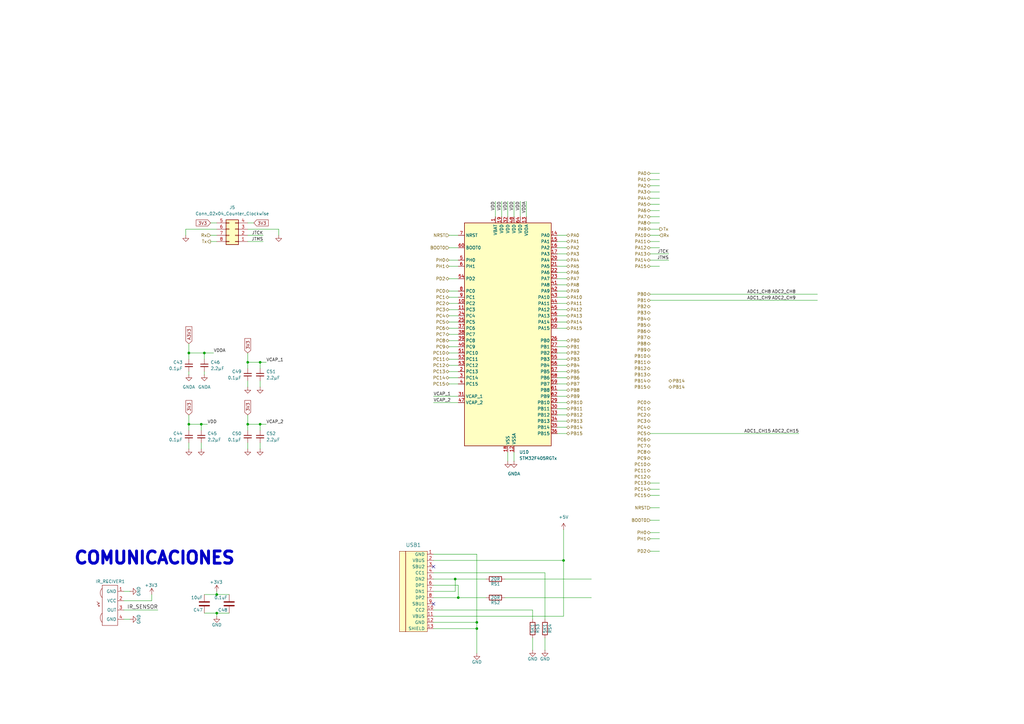
<source format=kicad_sch>
(kicad_sch (version 20250114) (generator "eeschema") (generator_version "9.0")
  (paper "A3")
  (title_block (title "Rabosa_Bot") (rev "1.0") (company "XorvaLabs"))
  (lib_symbols
    (symbol "Connector_Generic:Conn_02x04_Counter_Clockwise" (pin_names (offset 1.016) (hide yes))
      (property "Reference" "J" (at 1.27 5.08 0))
      (property "Value" "Conn_02x04_Counter_Clockwise" (at 1.27 -7.62 0))
      (symbol "Conn_02x04_Counter_Clockwise_1_1"
        (rectangle (start -1.27 3.81) (end 3.81 -6.35) (stroke (width 0.254)) (fill (type background)))
        (rectangle (start -1.27 2.667) (end 0 2.413) (stroke (width 0.1524)))
        (rectangle (start -1.27 0.127) (end 0 -0.127) (stroke (width 0.1524)))
        (rectangle (start -1.27 -2.413) (end 0 -2.667) (stroke (width 0.1524)))
        (rectangle (start -1.27 -4.953) (end 0 -5.207) (stroke (width 0.1524)))
        (rectangle (start 3.81 2.667) (end 2.54 2.413) (stroke (width 0.1524)))
        (rectangle (start 3.81 0.127) (end 2.54 -0.127) (stroke (width 0.1524)))
        (rectangle (start 3.81 -2.413) (end 2.54 -2.667) (stroke (width 0.1524)))
        (rectangle (start 3.81 -4.953) (end 2.54 -5.207) (stroke (width 0.1524)))
        (pin passive line (at -5.08 2.54 0) (length 3.81) (name "Pin_1") (number "1"))
        (pin passive line (at -5.08 0 0) (length 3.81) (name "Pin_2") (number "2"))
        (pin passive line (at -5.08 -2.54 0) (length 3.81) (name "Pin_3") (number "3"))
        (pin passive line (at -5.08 -5.08 0) (length 3.81) (name "Pin_4") (number "4"))
        (pin passive line (at 7.62 2.54 180) (length 3.81) (name "Pin_8") (number "8"))
        (pin passive line (at 7.62 0 180) (length 3.81) (name "Pin_7") (number "7"))
        (pin passive line (at 7.62 -2.54 180) (length 3.81) (name "Pin_6") (number "6"))
        (pin passive line (at 7.62 -5.08 180) (length 3.81) (name "Pin_5") (number "5"))
      )
    )
    (symbol "Device:C" (pin_numbers (hide yes)) (pin_names (offset 0.254))
      (property "Reference" "C" (at 0.635 2.54 0))
      (property "Value" "C" (at 0.635 -2.54 0))
      (symbol "C_0_1"
        (polyline (pts (xy -2.032 0.762) (xy 2.032 0.762)) (stroke (width 0.508)))
        (polyline (pts (xy -2.032 -0.762) (xy 2.032 -0.762)) (stroke (width 0.508)))
      )
      (symbol "C_1_1"
        (pin passive line (at 0 3.81 270) (length 2.794) (name "~") (number "1"))
        (pin passive line (at 0 -3.81 90) (length 2.794) (name "~") (number "2"))
      )
    )
    (symbol "Device:C_Small" (pin_numbers (hide yes)) (pin_names (offset 0.254) (hide yes))
      (property "Reference" "C" (at 0.254 1.778 0))
      (property "Value" "C_Small" (at 0.254 -2.032 0))
      (symbol "C_Small_0_1"
        (polyline (pts (xy -1.524 0.508) (xy 1.524 0.508)) (stroke (width 0.3048)))
        (polyline (pts (xy -1.524 -0.508) (xy 1.524 -0.508)) (stroke (width 0.3302)))
      )
      (symbol "C_Small_1_1"
        (pin passive line (at 0 2.54 270) (length 2.032) (name "~") (number "1"))
        (pin passive line (at 0 -2.54 90) (length 2.032) (name "~") (number "2"))
      )
    )
    (symbol "Device:R" (pin_numbers (hide yes)) (pin_names (offset 0))
      (property "Reference" "R" (at 2.032 0 90))
      (property "Value" "R" (at 0 0 90))
      (symbol "R_0_1"
        (rectangle (start -1.016 -2.54) (end 1.016 2.54) (stroke (width 0.254)))
      )
      (symbol "R_1_1"
        (pin passive line (at 0 3.81 270) (length 1.27) (name "~") (number "1"))
        (pin passive line (at 0 -3.81 90) (length 1.27) (name "~") (number "2"))
      )
    )
    (symbol "GND_1" (power) (pin_numbers (hide yes)) (pin_names (offset 0) (hide yes))
      (property "Value" "GND" (at 0 -3.81 0))
      (symbol "GND_1_0_1"
        (polyline (pts (xy 0 0) (xy 0 -1.27) (xy 1.27 -1.27) (xy 0 -2.54) (xy -1.27 -1.27) (xy 0 -1.27)))
      )
      (symbol "GND_1_1_1"
        (pin power_in line (at 0 0 270) (length 0) (name "~") (number "1"))
      )
    )
    (symbol "MCU_ST_STM32F4:STM32F405RGTx"
      (property "Reference" "U" (at -17.78 46.99 0))
      (property "Value" "STM32F405RGTx" (at 10.16 46.99 0))
      (symbol "STM32F405RGTx_0_1"
        (rectangle (start -17.78 -45.72) (end 17.78 45.72) (stroke (width 0.254)) (fill (type background)))
      )
      (symbol "STM32F405RGTx_1_1"
        (pin input line (at -20.32 40.64 0) (length 2.54) (name "NRST") (number "7"))
        (pin input line (at -20.32 35.56 0) (length 2.54) (name "BOOT0") (number "60"))
        (pin bidirectional line (at -20.32 30.48 0) (length 2.54) (name "PH0") (number "5"))
        (pin bidirectional line (at -20.32 27.94 0) (length 2.54) (name "PH1") (number "6"))
        (pin bidirectional line (at -20.32 22.86 0) (length 2.54) (name "PD2") (number "54"))
        (pin bidirectional line (at -20.32 17.78 0) (length 2.54) (name "PC0") (number "8"))
        (pin bidirectional line (at -20.32 15.24 0) (length 2.54) (name "PC1") (number "9"))
        (pin bidirectional line (at -20.32 12.7 0) (length 2.54) (name "PC2") (number "10"))
        (pin bidirectional line (at -20.32 10.16 0) (length 2.54) (name "PC3") (number "11"))
        (pin bidirectional line (at -20.32 7.62 0) (length 2.54) (name "PC4") (number "24"))
        (pin bidirectional line (at -20.32 5.08 0) (length 2.54) (name "PC5") (number "25"))
        (pin bidirectional line (at -20.32 2.54 0) (length 2.54) (name "PC6") (number "37"))
        (pin bidirectional line (at -20.32 0 0) (length 2.54) (name "PC7") (number "38"))
        (pin bidirectional line (at -20.32 -2.54 0) (length 2.54) (name "PC8") (number "39"))
        (pin bidirectional line (at -20.32 -5.08 0) (length 2.54) (name "PC9") (number "40"))
        (pin bidirectional line (at -20.32 -7.62 0) (length 2.54) (name "PC10") (number "51"))
        (pin bidirectional line (at -20.32 -10.16 0) (length 2.54) (name "PC11") (number "52"))
        (pin bidirectional line (at -20.32 -12.7 0) (length 2.54) (name "PC12") (number "53"))
        (pin bidirectional line (at -20.32 -15.24 0) (length 2.54) (name "PC13") (number "2"))
        (pin bidirectional line (at -20.32 -17.78 0) (length 2.54) (name "PC14") (number "3"))
        (pin bidirectional line (at -20.32 -20.32 0) (length 2.54) (name "PC15") (number "4"))
        (pin power_out line (at -20.32 -25.4 0) (length 2.54) (name "VCAP_1") (number "31"))
        (pin power_out line (at -20.32 -27.94 0) (length 2.54) (name "VCAP_2") (number "47"))
        (pin power_in line (at -5.08 48.26 270) (length 2.54) (name "VBAT") (number "1"))
        (pin power_in line (at -2.54 48.26 270) (length 2.54) (name "VDD") (number "19"))
        (pin power_in line (at 0 48.26 270) (length 2.54) (name "VDD") (number "32"))
        (pin power_in line (at 0 -48.26 90) (length 2.54) (name "VSS") (number "18"))
        (pin passive line (at 0 -48.26 90) (length 2.54) (hide yes) (name "VSS") (number "63"))
        (pin power_in line (at 2.54 48.26 270) (length 2.54) (name "VDD") (number "48"))
        (pin power_in line (at 2.54 -48.26 90) (length 2.54) (name "VSSA") (number "12"))
        (pin power_in line (at 5.08 48.26 270) (length 2.54) (name "VDD") (number "64"))
        (pin power_in line (at 7.62 48.26 270) (length 2.54) (name "VDDA") (number "13"))
        (pin bidirectional line (at 20.32 40.64 180) (length 2.54) (name "PA0") (number "14"))
        (pin bidirectional line (at 20.32 38.1 180) (length 2.54) (name "PA1") (number "15"))
        (pin bidirectional line (at 20.32 35.56 180) (length 2.54) (name "PA2") (number "16"))
        (pin bidirectional line (at 20.32 33.02 180) (length 2.54) (name "PA3") (number "17"))
        (pin bidirectional line (at 20.32 30.48 180) (length 2.54) (name "PA4") (number "20"))
        (pin bidirectional line (at 20.32 27.94 180) (length 2.54) (name "PA5") (number "21"))
        (pin bidirectional line (at 20.32 25.4 180) (length 2.54) (name "PA6") (number "22"))
        (pin bidirectional line (at 20.32 22.86 180) (length 2.54) (name "PA7") (number "23"))
        (pin bidirectional line (at 20.32 20.32 180) (length 2.54) (name "PA8") (number "41"))
        (pin bidirectional line (at 20.32 17.78 180) (length 2.54) (name "PA9") (number "42"))
        (pin bidirectional line (at 20.32 15.24 180) (length 2.54) (name "PA10") (number "43"))
        (pin bidirectional line (at 20.32 12.7 180) (length 2.54) (name "PA11") (number "44"))
        (pin bidirectional line (at 20.32 10.16 180) (length 2.54) (name "PA12") (number "45"))
        (pin bidirectional line (at 20.32 7.62 180) (length 2.54) (name "PA13") (number "46"))
        (pin bidirectional line (at 20.32 5.08 180) (length 2.54) (name "PA14") (number "49"))
        (pin bidirectional line (at 20.32 2.54 180) (length 2.54) (name "PA15") (number "50"))
        (pin bidirectional line (at 20.32 -2.54 180) (length 2.54) (name "PB0") (number "26"))
        (pin bidirectional line (at 20.32 -5.08 180) (length 2.54) (name "PB1") (number "27"))
        (pin bidirectional line (at 20.32 -7.62 180) (length 2.54) (name "PB2") (number "28"))
        (pin bidirectional line (at 20.32 -10.16 180) (length 2.54) (name "PB3") (number "55"))
        (pin bidirectional line (at 20.32 -12.7 180) (length 2.54) (name "PB4") (number "56"))
        (pin bidirectional line (at 20.32 -15.24 180) (length 2.54) (name "PB5") (number "57"))
        (pin bidirectional line (at 20.32 -17.78 180) (length 2.54) (name "PB6") (number "58"))
        (pin bidirectional line (at 20.32 -20.32 180) (length 2.54) (name "PB7") (number "59"))
        (pin bidirectional line (at 20.32 -22.86 180) (length 2.54) (name "PB8") (number "61"))
        (pin bidirectional line (at 20.32 -25.4 180) (length 2.54) (name "PB9") (number "62"))
        (pin bidirectional line (at 20.32 -27.94 180) (length 2.54) (name "PB10") (number "29"))
        (pin bidirectional line (at 20.32 -30.48 180) (length 2.54) (name "PB11") (number "30"))
        (pin bidirectional line (at 20.32 -33.02 180) (length 2.54) (name "PB12") (number "33"))
        (pin bidirectional line (at 20.32 -35.56 180) (length 2.54) (name "PB13") (number "34"))
        (pin bidirectional line (at 20.32 -38.1 180) (length 2.54) (name "PB14") (number "35"))
        (pin bidirectional line (at 20.32 -40.64 180) (length 2.54) (name "PB15") (number "36"))
      )
    )
    (symbol "custom_symbols:TSSP77038TR"
      (property "Reference" "IR_RECIVER1" (at 0.762 10.414 0))
      (property "Value" "~" (at -0.4445 10.16 0))
      (symbol "TSSP77038TR_0_1"
        (polyline (pts (xy -3.81 1.27) (xy -4.699 2.159)))
        (polyline (pts (xy -3.81 1.27) (xy -4.318 1.27)))
        (polyline (pts (xy -3.81 1.27) (xy -3.81 1.778)))
        (polyline (pts (xy -3.683 0.254) (xy -4.572 1.143)))
        (polyline (pts (xy -3.683 0.254) (xy -4.191 0.254)))
        (polyline (pts (xy -3.683 0.254) (xy -3.683 0.762)))
        (rectangle (start -2.54 8.89) (end 3.81 -7.62))
        (arc (start -2.54 3.81) (mid -3.3291 5.715) (end -2.54 7.62))
        (arc (start -2.54 -6.35) (mid -3.3291 -4.445) (end -2.54 -2.54))
      )
      (symbol "TSSP77038TR_1_1"
        (pin power_out line (at 6.35 6.35 180) (length 2.54) (name "GND") (number "1"))
        (pin power_in line (at 6.35 2.54 180) (length 2.54) (name "VCC") (number "2"))
        (pin output line (at 6.35 -1.27 180) (length 2.54) (name "OUT") (number "3"))
        (pin power_out line (at 6.35 -5.08 180) (length 2.54) (name "GND") (number "4"))
      )
    )
    (symbol "custom_symbols:USB-C_ST-Link_USART" (pin_names (offset 1.016))
      (property "Reference" "USB1" (at -10.16 -3.81 90))
      (symbol "USB-C_ST-Link_USART_0_1"
        (rectangle (start -11.43 15.24) (end -8.89 -17.78) (fill (type background)))
        (rectangle (start 0 -17.78) (end -8.89 15.24) (fill (type background)))
      )
      (symbol "USB-C_ST-Link_USART_1_1"
        (pin input line (at 2.54 13.97 180) (length 2.54) (name "GND") (number "1"))
        (pin input line (at 2.54 11.43 180) (length 2.54) (name "VBUS") (number "2"))
        (pin input line (at 2.54 8.89 180) (length 2.54) (name "SBU2") (number "3"))
        (pin input line (at 2.54 6.35 180) (length 2.54) (name "CC1") (number "4"))
        (pin input line (at 2.54 3.81 180) (length 2.54) (name "DN2") (number "5"))
        (pin input line (at 2.54 1.27 180) (length 2.54) (name "DP1") (number "6"))
        (pin input line (at 2.54 -1.27 180) (length 2.54) (name "DN1") (number "7"))
        (pin input line (at 2.54 -3.81 180) (length 2.54) (name "DP2") (number "8"))
        (pin input line (at 2.54 -6.35 180) (length 2.54) (name "SBU1") (number "9"))
        (pin input line (at 2.54 -8.89 180) (length 2.54) (name "CC2") (number "10"))
        (pin input line (at 2.54 -11.43 180) (length 2.54) (name "VBUS") (number "11"))
        (pin input line (at 2.54 -13.97 180) (length 2.54) (name "GND") (number "12"))
        (pin input line (at 2.54 -16.51 180) (length 2.54) (name "SHIELD") (number "13"))
      )
    )
    (symbol "power:+3V3" (power) (pin_numbers (hide yes)) (pin_names (offset 0) (hide yes))
      (property "Value" "+3V3" (at 0 3.556 0))
      (symbol "+3V3_0_1"
        (polyline (pts (xy -0.762 1.27) (xy 0 2.54)))
        (polyline (pts (xy 0 2.54) (xy 0.762 1.27)))
        (polyline (pts (xy 0 0) (xy 0 2.54)))
      )
      (symbol "+3V3_1_1"
        (pin power_in line (at 0 0 90) (length 0) (name "~") (number "1"))
      )
    )
    (symbol "power:+5V" (power) (pin_numbers (hide yes)) (pin_names (offset 0) (hide yes))
      (property "Value" "+5V" (at 0 3.556 0))
      (symbol "+5V_0_1"
        (polyline (pts (xy -0.762 1.27) (xy 0 2.54)))
        (polyline (pts (xy 0 2.54) (xy 0.762 1.27)))
        (polyline (pts (xy 0 0) (xy 0 2.54)))
      )
      (symbol "+5V_1_1"
        (pin power_in line (at 0 0 90) (length 0) (name "~") (number "1"))
      )
    )
    (symbol "power:GND" (power) (pin_numbers (hide yes)) (pin_names (offset 0) (hide yes))
      (property "Value" "GND" (at 0 -3.81 0))
      (symbol "GND_0_1"
        (polyline (pts (xy 0 0) (xy 0 -1.27) (xy 1.27 -1.27) (xy 0 -2.54) (xy -1.27 -1.27) (xy 0 -1.27)))
      )
      (symbol "GND_1_1"
        (pin power_in line (at 0 0 270) (length 0) (name "~") (number "1"))
      )
    )
    (symbol "power:GNDA" (power) (pin_numbers (hide yes)) (pin_names (offset 0) (hide yes))
      (property "Value" "GNDA" (at 0 -3.81 0))
      (symbol "GNDA_0_1"
        (polyline (pts (xy 0 0) (xy 0 -1.27) (xy 1.27 -1.27) (xy 0 -2.54) (xy -1.27 -1.27) (xy 0 -1.27)))
      )
      (symbol "GNDA_1_1"
        (pin power_in line (at 0 0 270) (length 0) (name "~") (number "1"))
      )
    )
  )
  (text "COMUNICACIONES" (at 29.972 231.902 0) (effects (font (size 5 5) (thickness 1.1989) (bold yes)) (justify left bottom)))
  (junction (at 195.58 255.27))
  (junction (at 187.96 245.11))
  (junction (at 88.9 251.46))
  (junction (at 101.6 173.99))
  (junction (at 82.55 173.99))
  (junction (at 77.47 173.99))
  (junction (at 88.9 243.84))
  (junction (at 83.82 144.78))
  (junction (at 186.69 237.49))
  (junction (at 101.6 148.59))
  (junction (at 195.58 257.81))
  (junction (at 231.14 229.87))
  (junction (at 106.68 148.59))
  (junction (at 77.47 144.78))
  (junction (at 106.68 173.99))
  (no_connect (at 177.8 232.41))
  (no_connect (at 177.8 247.65))
  (wire (pts (xy 62.23 246.38) (xy 62.23 243.84)))
  (wire (pts (xy 228.6 119.38) (xy 232.41 119.38)))
  (wire (pts (xy 106.68 181.61) (xy 106.68 184.15)))
  (wire (pts (xy 83.82 144.78) (xy 83.82 147.32)))
  (wire (pts (xy 266.7 73.66) (xy 270.51 73.66)))
  (wire (pts (xy 177.8 255.27) (xy 195.58 255.27)))
  (wire (pts (xy 228.6 134.62) (xy 232.41 134.62)))
  (wire (pts (xy 101.6 99.06) (xy 107.95 99.06)))
  (wire (pts (xy 177.8 242.57) (xy 186.69 242.57)))
  (wire (pts (xy 186.69 237.49) (xy 199.39 237.49)))
  (wire (pts (xy 101.6 181.61) (xy 101.6 184.15)))
  (wire (pts (xy 266.7 81.28) (xy 270.51 81.28)))
  (wire (pts (xy 187.96 245.11) (xy 199.39 245.11)))
  (wire (pts (xy 101.6 173.99) (xy 101.6 176.53)))
  (wire (pts (xy 228.6 116.84) (xy 232.41 116.84)))
  (wire (pts (xy 106.68 173.99) (xy 109.22 173.99)))
  (wire (pts (xy 50.8 246.38) (xy 62.23 246.38)))
  (wire (pts (xy 177.8 252.73) (xy 231.14 252.73)))
  (wire (pts (xy 270.51 109.22) (xy 266.7 109.22)))
  (wire (pts (xy 101.6 93.98) (xy 114.3 93.98)))
  (wire (pts (xy 184.15 121.92) (xy 187.96 121.92)))
  (wire (pts (xy 231.14 217.17) (xy 231.14 229.87)))
  (wire (pts (xy 232.41 139.7) (xy 228.6 139.7)))
  (wire (pts (xy 266.7 120.65) (xy 335.28 120.65)))
  (wire (pts (xy 101.6 173.99) (xy 106.68 173.99)))
  (wire (pts (xy 266.7 78.74) (xy 270.51 78.74)))
  (wire (pts (xy 270.51 91.44) (xy 266.7 91.44)))
  (wire (pts (xy 184.15 142.24) (xy 187.96 142.24)))
  (wire (pts (xy 266.7 203.2) (xy 270.51 203.2)))
  (wire (pts (xy 82.55 173.99) (xy 85.09 173.99)))
  (wire (pts (xy 177.8 240.03) (xy 187.96 240.03)))
  (wire (pts (xy 266.7 200.66) (xy 270.51 200.66)))
  (wire (pts (xy 195.58 255.27) (xy 195.58 257.81)))
  (wire (pts (xy 232.41 106.68) (xy 228.6 106.68)))
  (wire (pts (xy 101.6 148.59) (xy 101.6 151.13)))
  (wire (pts (xy 77.47 140.97) (xy 77.47 144.78)))
  (wire (pts (xy 101.6 144.78) (xy 101.6 148.59)))
  (wire (pts (xy 228.6 154.94) (xy 232.41 154.94)))
  (wire (pts (xy 266.7 213.36) (xy 270.51 213.36)))
  (wire (pts (xy 223.52 261.62) (xy 223.52 266.7)))
  (wire (pts (xy 101.6 148.59) (xy 106.68 148.59)))
  (wire (pts (xy 186.69 242.57) (xy 186.69 237.49)))
  (wire (pts (xy 106.68 148.59) (xy 106.68 151.13)))
  (wire (pts (xy 77.47 144.78) (xy 77.47 147.32)))
  (wire (pts (xy 86.36 96.52) (xy 88.9 96.52)))
  (wire (pts (xy 184.15 139.7) (xy 187.96 139.7)))
  (wire (pts (xy 232.41 152.4) (xy 228.6 152.4)))
  (wire (pts (xy 266.7 83.82) (xy 270.51 83.82)))
  (wire (pts (xy 228.6 162.56) (xy 232.41 162.56)))
  (wire (pts (xy 228.6 127) (xy 232.41 127)))
  (wire (pts (xy 207.01 237.49) (xy 242.57 237.49)))
  (wire (pts (xy 270.51 99.06) (xy 266.7 99.06)))
  (wire (pts (xy 83.82 152.4) (xy 83.82 153.67)))
  (wire (pts (xy 106.68 156.21) (xy 106.68 158.75)))
  (wire (pts (xy 266.7 104.14) (xy 274.32 104.14)))
  (wire (pts (xy 184.15 149.86) (xy 187.96 149.86)))
  (wire (pts (xy 231.14 252.73) (xy 231.14 229.87)))
  (wire (pts (xy 101.6 170.18) (xy 101.6 173.99)))
  (wire (pts (xy 228.6 111.76) (xy 232.41 111.76)))
  (wire (pts (xy 228.6 121.92) (xy 232.41 121.92)))
  (wire (pts (xy 184.15 132.08) (xy 187.96 132.08)))
  (wire (pts (xy 270.51 88.9) (xy 266.7 88.9)))
  (wire (pts (xy 177.8 165.1) (xy 187.96 165.1)))
  (wire (pts (xy 266.7 177.8) (xy 327.66 177.8)))
  (wire (pts (xy 177.8 234.95) (xy 223.52 234.95)))
  (wire (pts (xy 88.9 252.73) (xy 88.9 251.46)))
  (wire (pts (xy 177.8 237.49) (xy 186.69 237.49)))
  (wire (pts (xy 184.15 119.38) (xy 187.96 119.38)))
  (wire (pts (xy 228.6 124.46) (xy 232.41 124.46)))
  (wire (pts (xy 184.15 157.48) (xy 187.96 157.48)))
  (wire (pts (xy 195.58 227.33) (xy 195.58 255.27)))
  (wire (pts (xy 77.47 152.4) (xy 77.47 153.67)))
  (wire (pts (xy 210.82 185.42) (xy 210.82 189.23)))
  (wire (pts (xy 177.8 229.87) (xy 231.14 229.87)))
  (wire (pts (xy 266.7 208.28) (xy 270.51 208.28)))
  (wire (pts (xy 218.44 250.19) (xy 218.44 254)))
  (wire (pts (xy 106.68 148.59) (xy 109.22 148.59)))
  (wire (pts (xy 228.6 165.1) (xy 232.41 165.1)))
  (wire (pts (xy 228.6 167.64) (xy 232.41 167.64)))
  (wire (pts (xy 77.47 144.78) (xy 83.82 144.78)))
  (wire (pts (xy 101.6 156.21) (xy 101.6 158.75)))
  (wire (pts (xy 86.36 99.06) (xy 88.9 99.06)))
  (wire (pts (xy 184.15 127) (xy 187.96 127)))
  (wire (pts (xy 205.74 82.55) (xy 205.74 88.9)))
  (wire (pts (xy 177.8 250.19) (xy 218.44 250.19)))
  (wire (pts (xy 213.36 82.55) (xy 213.36 88.9)))
  (wire (pts (xy 207.01 245.11) (xy 242.57 245.11)))
  (wire (pts (xy 88.9 242.57) (xy 88.9 243.84)))
  (wire (pts (xy 184.15 106.68) (xy 187.96 106.68)))
  (wire (pts (xy 50.8 254) (xy 53.34 254)))
  (wire (pts (xy 232.41 104.14) (xy 228.6 104.14)))
  (wire (pts (xy 228.6 177.8) (xy 232.41 177.8)))
  (wire (pts (xy 184.15 154.94) (xy 187.96 154.94)))
  (wire (pts (xy 266.7 220.98) (xy 270.51 220.98)))
  (wire (pts (xy 208.28 189.23) (xy 208.28 185.42)))
  (wire (pts (xy 228.6 160.02) (xy 232.41 160.02)))
  (wire (pts (xy 266.7 96.52) (xy 270.51 96.52)))
  (wire (pts (xy 232.41 149.86) (xy 228.6 149.86)))
  (wire (pts (xy 228.6 142.24) (xy 232.41 142.24)))
  (wire (pts (xy 266.7 71.12) (xy 270.51 71.12)))
  (wire (pts (xy 232.41 99.06) (xy 228.6 99.06)))
  (wire (pts (xy 232.41 96.52) (xy 228.6 96.52)))
  (wire (pts (xy 177.8 257.81) (xy 195.58 257.81)))
  (wire (pts (xy 184.15 134.62) (xy 187.96 134.62)))
  (wire (pts (xy 228.6 170.18) (xy 232.41 170.18)))
  (wire (pts (xy 218.44 261.62) (xy 218.44 266.7)))
  (wire (pts (xy 88.9 251.46) (xy 93.98 251.46)))
  (wire (pts (xy 184.15 144.78) (xy 187.96 144.78)))
  (wire (pts (xy 106.68 173.99) (xy 106.68 176.53)))
  (wire (pts (xy 184.15 152.4) (xy 187.96 152.4)))
  (wire (pts (xy 86.36 91.44) (xy 88.9 91.44)))
  (wire (pts (xy 195.58 257.81) (xy 195.58 267.97)))
  (wire (pts (xy 184.15 114.3) (xy 187.96 114.3)))
  (wire (pts (xy 187.96 240.03) (xy 187.96 245.11)))
  (wire (pts (xy 223.52 234.95) (xy 223.52 254)))
  (wire (pts (xy 50.8 242.57) (xy 53.34 242.57)))
  (wire (pts (xy 266.7 123.19) (xy 335.28 123.19)))
  (wire (pts (xy 266.7 226.06) (xy 270.51 226.06)))
  (wire (pts (xy 184.15 109.22) (xy 187.96 109.22)))
  (wire (pts (xy 184.15 124.46) (xy 187.96 124.46)))
  (wire (pts (xy 203.2 82.55) (xy 203.2 88.9)))
  (wire (pts (xy 215.9 82.55) (xy 215.9 88.9)))
  (wire (pts (xy 82.55 173.99) (xy 82.55 176.53)))
  (wire (pts (xy 228.6 175.26) (xy 232.41 175.26)))
  (wire (pts (xy 266.7 198.12) (xy 270.51 198.12)))
  (wire (pts (xy 184.15 101.6) (xy 187.96 101.6)))
  (wire (pts (xy 266.7 218.44) (xy 270.51 218.44)))
  (wire (pts (xy 232.41 109.22) (xy 228.6 109.22)))
  (wire (pts (xy 76.2 93.98) (xy 76.2 96.52)))
  (wire (pts (xy 77.47 173.99) (xy 82.55 173.99)))
  (wire (pts (xy 101.6 96.52) (xy 107.95 96.52)))
  (wire (pts (xy 114.3 93.98) (xy 114.3 96.52)))
  (wire (pts (xy 232.41 147.32) (xy 228.6 147.32)))
  (wire (pts (xy 228.6 132.08) (xy 232.41 132.08)))
  (wire (pts (xy 76.2 93.98) (xy 88.9 93.98)))
  (wire (pts (xy 77.47 170.18) (xy 77.47 173.99)))
  (wire (pts (xy 83.82 243.84) (xy 88.9 243.84)))
  (wire (pts (xy 228.6 172.72) (xy 232.41 172.72)))
  (wire (pts (xy 266.7 106.68) (xy 274.32 106.68)))
  (wire (pts (xy 232.41 144.78) (xy 228.6 144.78)))
  (wire (pts (xy 232.41 101.6) (xy 228.6 101.6)))
  (wire (pts (xy 77.47 181.61) (xy 77.47 184.15)))
  (wire (pts (xy 50.8 250.19) (xy 64.77 250.19)))
  (wire (pts (xy 270.51 86.36) (xy 266.7 86.36)))
  (wire (pts (xy 184.15 147.32) (xy 187.96 147.32)))
  (wire (pts (xy 266.7 76.2) (xy 270.51 76.2)))
  (wire (pts (xy 177.8 162.56) (xy 187.96 162.56)))
  (wire (pts (xy 270.51 101.6) (xy 266.7 101.6)))
  (wire (pts (xy 184.15 137.16) (xy 187.96 137.16)))
  (wire (pts (xy 88.9 243.84) (xy 93.98 243.84)))
  (wire (pts (xy 187.96 245.11) (xy 177.8 245.11)))
  (wire (pts (xy 83.82 144.78) (xy 87.63 144.78)))
  (wire (pts (xy 177.8 227.33) (xy 195.58 227.33)))
  (wire (pts (xy 208.28 82.55) (xy 208.28 88.9)))
  (wire (pts (xy 83.82 251.46) (xy 88.9 251.46)))
  (wire (pts (xy 77.47 173.99) (xy 77.47 176.53)))
  (wire (pts (xy 101.6 91.44) (xy 104.14 91.44)))
  (wire (pts (xy 184.15 96.52) (xy 187.96 96.52)))
  (wire (pts (xy 184.15 129.54) (xy 187.96 129.54)))
  (wire (pts (xy 82.55 181.61) (xy 82.55 184.15)))
  (wire (pts (xy 228.6 157.48) (xy 232.41 157.48)))
  (wire (pts (xy 210.82 82.55) (xy 210.82 88.9)))
  (wire (pts (xy 266.7 93.98) (xy 270.51 93.98)))
  (wire (pts (xy 228.6 129.54) (xy 232.41 129.54)))
  (wire (pts (xy 228.6 114.3) (xy 232.41 114.3)))
  (label "VDD" (at 85.09 173.99 0))
  (label "VDD" (at 210.82 82.55 270))
  (label "JTCK" (at 107.95 96.52 180))
  (label "ADC2_CH8" (at 326.39 120.65 180))
  (label "ADC1_CH8" (at 316.23 120.65 180))
  (label "VCAP_1" (at 177.8 162.56 0))
  (label "ADC1_CH9" (at 316.23 123.19 180))
  (label "VCAP_2" (at 109.22 173.99 0))
  (label "JTMS" (at 274.32 106.68 180))
  (label "IR_SENSOR" (at 64.77 250.19 180) (effects (font (size 1.524 1.524))))
  (label "ADC1_CH15" (at 316.23 177.8 180))
  (label "ADC2_CH9" (at 326.39 123.19 180))
  (label "VCAP_1" (at 109.22 148.59 0))
  (label "VDDA" (at 215.9 82.55 270))
  (label "ADC2_CH15" (at 327.66 177.8 180))
  (label "VCAP_2" (at 177.8 165.1 0))
  (label "VDD" (at 203.2 82.55 270))
  (label "JTMS" (at 107.95 99.06 180))
  (label "VDDA" (at 87.63 144.78 0))
  (label "VDD" (at 213.36 82.55 270))
  (label "VDD" (at 208.28 82.55 270))
  (label "JTCK" (at 274.32 104.14 180))
  (label "VDD" (at 205.74 82.55 270))
  (global_label "3V3" (shape input) (at 101.6 144.78 90) (property "Intersheetrefs" "${INTERSHEET_REFS}" (effects (hide yes))))
  (global_label "3V3" (shape input) (at 104.14 91.44 0) (property "Intersheetrefs" "${INTERSHEET_REFS}" (effects (hide yes))))
  (global_label "3V3" (shape input) (at 101.6 170.18 90) (property "Intersheetrefs" "${INTERSHEET_REFS}" (effects (hide yes))))
  (global_label "3V3" (shape input) (at 86.36 91.44 180) (property "Intersheetrefs" "${INTERSHEET_REFS}" (effects (hide yes))))
  (global_label "A3V3" (shape input) (at 77.47 140.97 90) (property "Intersheetrefs" "${INTERSHEET_REFS}" (effects (hide yes))))
  (global_label "3V3" (shape input) (at 77.47 170.18 90) (property "Intersheetrefs" "${INTERSHEET_REFS}" (effects (hide yes))))
  (hierarchical_label "BOOT0" (shape input) (at 266.7 213.36 180))
  (hierarchical_label "PB11" (shape bidirectional) (at 232.41 167.64 0))
  (hierarchical_label "PB13" (shape bidirectional) (at 232.41 172.72 0))
  (hierarchical_label "PA2" (shape bidirectional) (at 232.41 101.6 0))
  (hierarchical_label "PB14" (shape bidirectional) (at 266.7 156.21 180))
  (hierarchical_label "PC3" (shape bidirectional) (at 266.7 172.72 180))
  (hierarchical_label "PB14" (shape bidirectional) (at 274.32 156.21 0))
  (hierarchical_label "PC0" (shape bidirectional) (at 184.15 119.38 180))
  (hierarchical_label "PA8" (shape bidirectional) (at 232.41 116.84 0))
  (hierarchical_label "PA5" (shape bidirectional) (at 232.41 109.22 0))
  (hierarchical_label "Tx" (shape output) (at 270.51 93.98 0))
  (hierarchical_label "PB5" (shape bidirectional) (at 266.7 133.35 180))
  (hierarchical_label "PB4" (shape bidirectional) (at 232.41 149.86 0))
  (hierarchical_label "PA13" (shape bidirectional) (at 266.7 104.14 180))
  (hierarchical_label "PB5" (shape bidirectional) (at 232.41 152.4 0))
  (hierarchical_label "PC14" (shape bidirectional) (at 266.7 200.66 180))
  (hierarchical_label "PA14" (shape bidirectional) (at 232.41 132.08 0))
  (hierarchical_label "PA14" (shape bidirectional) (at 266.7 106.68 180))
  (hierarchical_label "PB8" (shape bidirectional) (at 266.7 140.97 180))
  (hierarchical_label "PB7" (shape bidirectional) (at 266.7 138.43 180))
  (hierarchical_label "PC5" (shape bidirectional) (at 266.7 177.8 180))
  (hierarchical_label "PA3" (shape bidirectional) (at 232.41 104.14 0))
  (hierarchical_label "PC5" (shape bidirectional) (at 184.15 132.08 180))
  (hierarchical_label "PB0" (shape bidirectional) (at 266.7 120.65 180))
  (hierarchical_label "PA11" (shape bidirectional) (at 232.41 124.46 0))
  (hierarchical_label "PB2" (shape bidirectional) (at 232.41 144.78 0))
  (hierarchical_label "PA7" (shape bidirectional) (at 232.41 114.3 0))
  (hierarchical_label "PC0" (shape bidirectional) (at 266.7 165.1 180))
  (hierarchical_label "Rx" (shape input) (at 86.36 96.52 180))
  (hierarchical_label "PA6" (shape bidirectional) (at 232.41 111.76 0))
  (hierarchical_label "PA15" (shape bidirectional) (at 232.41 134.62 0))
  (hierarchical_label "Tx" (shape output) (at 86.36 99.06 180))
  (hierarchical_label "PA10" (shape bidirectional) (at 266.7 96.52 180))
  (hierarchical_label "PA13" (shape bidirectional) (at 232.41 129.54 0))
  (hierarchical_label "PA11" (shape bidirectional) (at 266.7 99.06 180))
  (hierarchical_label "Rx" (shape input) (at 270.51 96.52 0))
  (hierarchical_label "PB10" (shape bidirectional) (at 266.7 146.05 180))
  (hierarchical_label "PC1" (shape bidirectional) (at 266.7 167.64 180))
  (hierarchical_label "PB1" (shape bidirectional) (at 266.7 123.19 180))
  (hierarchical_label "PA12" (shape bidirectional) (at 266.7 101.6 180))
  (hierarchical_label "PB9" (shape bidirectional) (at 232.41 162.56 0))
  (hierarchical_label "PC12" (shape bidirectional) (at 266.7 195.58 180))
  (hierarchical_label "PB12" (shape bidirectional) (at 266.7 151.13 180))
  (hierarchical_label "PB3" (shape bidirectional) (at 266.7 128.27 180))
  (hierarchical_label "PB8" (shape bidirectional) (at 232.41 160.02 0))
  (hierarchical_label "PB7" (shape bidirectional) (at 232.41 157.48 0))
  (hierarchical_label "PA5" (shape bidirectional) (at 266.7 83.82 180))
  (hierarchical_label "PC12" (shape bidirectional) (at 184.15 149.86 180))
  (hierarchical_label "PB1" (shape bidirectional) (at 232.41 142.24 0))
  (hierarchical_label "PC4" (shape bidirectional) (at 266.7 175.26 180))
  (hierarchical_label "PA2" (shape bidirectional) (at 266.7 76.2 180))
  (hierarchical_label "PB14" (shape bidirectional) (at 232.41 175.26 0))
  (hierarchical_label "PD2" (shape bidirectional) (at 184.15 114.3 180))
  (hierarchical_label "PC15" (shape bidirectional) (at 184.15 157.48 180))
  (hierarchical_label "PB15" (shape bidirectional) (at 266.7 158.75 180))
  (hierarchical_label "PC7" (shape bidirectional) (at 266.7 182.88 180))
  (hierarchical_label "PC2" (shape bidirectional) (at 184.15 124.46 180))
  (hierarchical_label "PC11" (shape bidirectional) (at 184.15 147.32 180))
  (hierarchical_label "PC13" (shape bidirectional) (at 184.15 152.4 180))
  (hierarchical_label "PA6" (shape bidirectional) (at 266.7 86.36 180))
  (hierarchical_label "PH0" (shape bidirectional) (at 266.7 218.44 180))
  (hierarchical_label "PC3" (shape bidirectional) (at 184.15 127 180))
  (hierarchical_label "PA12" (shape bidirectional) (at 232.41 127 0))
  (hierarchical_label "PC6" (shape bidirectional) (at 266.7 180.34 180))
  (hierarchical_label "PC15" (shape bidirectional) (at 266.7 203.2 180))
  (hierarchical_label "PA10" (shape bidirectional) (at 232.41 121.92 0))
  (hierarchical_label "PC7" (shape bidirectional) (at 184.15 137.16 180))
  (hierarchical_label "PC11" (shape bidirectional) (at 266.7 193.04 180))
  (hierarchical_label "PD2" (shape bidirectional) (at 266.7 226.06 180))
  (hierarchical_label "PB6" (shape bidirectional) (at 266.7 135.89 180))
  (hierarchical_label "PA1" (shape bidirectional) (at 266.7 73.66 180))
  (hierarchical_label "PA0" (shape bidirectional) (at 232.41 96.52 0))
  (hierarchical_label "PA1" (shape bidirectional) (at 232.41 99.06 0))
  (hierarchical_label "PA9" (shape bidirectional) (at 266.7 93.98 180))
  (hierarchical_label "PB11" (shape bidirectional) (at 266.7 148.59 180))
  (hierarchical_label "PA4" (shape bidirectional) (at 232.41 106.68 0))
  (hierarchical_label "PB10" (shape bidirectional) (at 232.41 165.1 0))
  (hierarchical_label "PA8" (shape bidirectional) (at 266.7 91.44 180))
  (hierarchical_label "PH1" (shape bidirectional) (at 266.7 220.98 180))
  (hierarchical_label "PC4" (shape bidirectional) (at 184.15 129.54 180))
  (hierarchical_label "PC1" (shape bidirectional) (at 184.15 121.92 180))
  (hierarchical_label "PA9" (shape bidirectional) (at 232.41 119.38 0))
  (hierarchical_label "PC9" (shape bidirectional) (at 184.15 142.24 180))
  (hierarchical_label "PC10" (shape bidirectional) (at 266.7 190.5 180))
  (hierarchical_label "PA3" (shape bidirectional) (at 266.7 78.74 180))
  (hierarchical_label "PC6" (shape bidirectional) (at 184.15 134.62 180))
  (hierarchical_label "PA15" (shape bidirectional) (at 266.7 109.22 180))
  (hierarchical_label "PB4" (shape bidirectional) (at 266.7 130.81 180))
  (hierarchical_label "PC2" (shape bidirectional) (at 266.7 170.18 180))
  (hierarchical_label "PB15" (shape bidirectional) (at 232.41 177.8 0))
  (hierarchical_label "PC13" (shape bidirectional) (at 266.7 198.12 180))
  (hierarchical_label "PB13" (shape bidirectional) (at 266.7 153.67 180))
  (hierarchical_label "PA4" (shape bidirectional) (at 266.7 81.28 180))
  (hierarchical_label "PB6" (shape bidirectional) (at 232.41 154.94 0))
  (hierarchical_label "PC8" (shape bidirectional) (at 266.7 185.42 180))
  (hierarchical_label "BOOT0" (shape input) (at 184.15 101.6 180))
  (hierarchical_label "NRST" (shape input) (at 184.15 96.52 180))
  (hierarchical_label "PC14" (shape bidirectional) (at 184.15 154.94 180))
  (hierarchical_label "PB12" (shape bidirectional) (at 232.41 170.18 0))
  (hierarchical_label "PH1" (shape bidirectional) (at 184.15 109.22 180))
  (hierarchical_label "PH0" (shape bidirectional) (at 184.15 106.68 180))
  (hierarchical_label "NRST" (shape input) (at 266.7 208.28 180))
  (hierarchical_label "PB3" (shape bidirectional) (at 232.41 147.32 0))
  (hierarchical_label "PB2" (shape bidirectional) (at 266.7 125.73 180))
  (hierarchical_label "PB14" (shape bidirectional) (at 274.32 158.75 0))
  (hierarchical_label "PB9" (shape bidirectional) (at 266.7 143.51 180))
  (hierarchical_label "PA7" (shape bidirectional) (at 266.7 88.9 180))
  (hierarchical_label "PA0" (shape bidirectional) (at 266.7 71.12 180))
  (hierarchical_label "PC10" (shape bidirectional) (at 184.15 144.78 180))
  (hierarchical_label "PC9" (shape bidirectional) (at 266.7 187.96 180))
  (hierarchical_label "PC8" (shape bidirectional) (at 184.15 139.7 180))
  (hierarchical_label "PB0" (shape bidirectional) (at 232.41 139.7 0))
  (symbol (lib_id "Device:R") (at 203.2 245.11 270) (unit 1)
    (property "Reference" "RS2" (at 203.2 247.142 90))
    (property "Value" "20R" (at 203.2 245.11 90))
    (property "Footprint" "Resistor_SMD:R_0805_2012Metric_Pad1.20x1.40mm_HandSolder" (effects (hide yes)))
  )
  (symbol (lib_id "Device:R") (at 223.52 257.81 0) (unit 1)
    (property "Reference" "RS4" (at 225.552 257.81 90))
    (property "Value" "5K1" (at 223.52 257.81 90))
    (property "Footprint" "Resistor_SMD:R_0805_2012Metric_Pad1.20x1.40mm_HandSolder" (effects (hide yes)))
  )
  (symbol (lib_id "custom_symbols:TSSP77038TR") (at 44.45 248.92 0) (unit 1)
    (property "Reference" "IR_RECIVER1" (at 45.212 238.506 0))
    (property "Value" "~" (at 44.0055 238.76 0))
    (property "Footprint" "custom_footprints:IR_SENSOR_SMD_TSSP77038ETR" (effects (hide yes)))
    (property "Aliexpress" "https://es.aliexpress.com/item/1005007480444094.html" (effects (hide yes)))
  )
  (symbol (lib_id "Device:C_Small") (at 77.47 149.86 0) (mirror y) (unit 1)
    (property "Reference" "C43" (at 74.93 148.5962 0) (effects (justify left)))
    (property "Value" "0.1µF" (at 74.93 151.1362 0) (effects (justify left)))
    (property "Footprint" "Capacitor_SMD:C_0201_0603Metric" (effects (hide yes)))
    (property "Description" "Unpolarized capacitor, small symbol" (effects (hide yes)))
  )
  (symbol (lib_id "power:GND") (at 101.6 184.15 0) (unit 1)
    (property "Reference" "#PWR074" (effects (hide yes)))
    (property "Value" "GND" (effects (hide yes)))
    (property "Description" "Power symbol creates a global label with name \"GND\" , ground" (effects (hide yes)))
  )
  (symbol (lib_id "Device:C_Small") (at 106.68 153.67 0) (unit 1)
    (property "Reference" "C51" (at 109.22 152.4062 0) (effects (justify left)))
    (property "Value" "2.2µF" (at 109.22 154.9462 0) (effects (justify left)))
    (property "Footprint" "Capacitor_SMD:C_0201_0603Metric" (effects (hide yes)))
    (property "Description" "Unpolarized capacitor, small symbol" (effects (hide yes)))
  )
  (symbol (lib_id "Device:C_Small") (at 106.68 179.07 0) (unit 1)
    (property "Reference" "C52" (at 109.22 177.8062 0) (effects (justify left)))
    (property "Value" "2.2µF" (at 109.22 180.3462 0) (effects (justify left)))
    (property "Footprint" "Capacitor_SMD:C_0201_0603Metric" (effects (hide yes)))
    (property "Description" "Unpolarized capacitor, small symbol" (effects (hide yes)))
  )
  (symbol (lib_id "power:GND") (at 77.47 184.15 0) (unit 1)
    (property "Reference" "#PWR068" (effects (hide yes)))
    (property "Value" "GND" (effects (hide yes)))
    (property "Description" "Power symbol creates a global label with name \"GND\" , ground" (effects (hide yes)))
  )
  (symbol (lib_id "power:GND") (at 106.68 184.15 0) (unit 1)
    (property "Reference" "#PWR076" (effects (hide yes)))
    (property "Value" "GND" (effects (hide yes)))
    (property "Description" "Power symbol creates a global label with name \"GND\" , ground" (effects (hide yes)))
  )
  (symbol (lib_name "GND_1") (lib_id "power:GND") (at 53.34 242.57 90) (unit 1)
    (property "Reference" "#PWR063" (effects (hide yes)))
    (property "Value" "GND" (at 56.896 242.57 0))
    (property "Description" "Power symbol creates a global label with name \"GND\" , ground" (effects (hide yes)))
  )
  (symbol (lib_id "Device:C") (at 93.98 247.65 180) (unit 1)
    (property "Reference" "C48" (at 93.345 250.19 0) (effects (justify left)))
    (property "Value" "0.1uF" (at 93.345 245.11 0) (effects (justify left)))
    (property "Footprint" "Capacitor_SMD:C_0402_1005Metric_Pad0.74x0.62mm_HandSolder" (effects (hide yes)))
  )
  (symbol (lib_id "Device:R") (at 218.44 257.81 0) (unit 1)
    (property "Reference" "RS3" (at 220.472 257.81 90))
    (property "Value" "5K1" (at 218.44 257.81 90))
    (property "Footprint" "Resistor_SMD:R_0805_2012Metric_Pad1.20x1.40mm_HandSolder" (effects (hide yes)))
  )
  (symbol (lib_id "Device:C_Small") (at 83.82 149.86 0) (unit 1)
    (property "Reference" "C46" (at 86.36 148.5962 0) (effects (justify left)))
    (property "Value" "2.2µF" (at 86.36 151.1362 0) (effects (justify left)))
    (property "Footprint" "Capacitor_SMD:C_0201_0603Metric" (effects (hide yes)))
    (property "Description" "Unpolarized capacitor, small symbol" (effects (hide yes)))
  )
  (symbol (lib_id "Device:C_Small") (at 101.6 153.67 0) (mirror y) (unit 1)
    (property "Reference" "C49" (at 99.06 152.4062 0) (effects (justify left)))
    (property "Value" "0.1µF" (at 99.06 154.9462 0) (effects (justify left)))
    (property "Footprint" "Capacitor_SMD:C_0201_0603Metric" (effects (hide yes)))
    (property "Description" "Unpolarized capacitor, small symbol" (effects (hide yes)))
  )
  (symbol (lib_id "Device:C") (at 83.82 247.65 180) (unit 1)
    (property "Reference" "C47" (at 83.185 250.19 0) (effects (justify left)))
    (property "Value" "10uF" (at 83.185 245.11 0) (effects (justify left)))
    (property "Footprint" "Capacitor_SMD:C_0402_1005Metric_Pad0.74x0.62mm_HandSolder" (effects (hide yes)))
  )
  (symbol (lib_name "GND_1") (lib_id "power:GND") (at 53.34 254 90) (unit 1)
    (property "Reference" "#PWR064" (effects (hide yes)))
    (property "Value" "GND" (at 56.896 254 0))
    (property "Description" "Power symbol creates a global label with name \"GND\" , ground" (effects (hide yes)))
  )
  (symbol (lib_id "Device:C_Small") (at 82.55 179.07 0) (unit 1)
    (property "Reference" "C45" (at 85.09 177.8062 0) (effects (justify left)))
    (property "Value" "2.2µF" (at 85.09 180.3462 0) (effects (justify left)))
    (property "Footprint" "Capacitor_SMD:C_0201_0603Metric" (effects (hide yes)))
    (property "Description" "Unpolarized capacitor, small symbol" (effects (hide yes)))
  )
  (symbol (lib_name "GND_1") (lib_id "power:GND") (at 195.58 267.97 0) (unit 1)
    (property "Reference" "#PWR078" (effects (hide yes)))
    (property "Value" "GND" (at 195.58 271.526 0))
    (property "Description" "Power symbol creates a global label with name \"GND\" , ground" (effects (hide yes)))
  )
  (symbol (lib_id "power:GND") (at 101.6 158.75 0) (unit 1)
    (property "Reference" "#PWR073" (effects (hide yes)))
    (property "Value" "GND" (effects (hide yes)))
    (property "Description" "Power symbol creates a global label with name \"GND\" , ground" (effects (hide yes)))
  )
  (symbol (lib_id "Connector_Generic:Conn_02x04_Counter_Clockwise") (at 96.52 96.52 180) (unit 1)
    (property "Reference" "J5" (at 95.25 85.09 0))
    (property "Value" "Conn_02x04_Counter_Clockwise" (at 95.25 87.63 0))
    (property "Footprint" "Connector_PinHeader_2.54mm:PinHeader_2x04_P2.54mm_Vertical" (effects (hide yes)))
    (property "Description" "Generic connector, double row, 02x04, counter clockwise pin numbering scheme (similar to DIP package numbering), script generated (kicad-library-utils/schlib/autogen/connector/)" (effects (hide yes)))
  )
  (symbol (lib_id "custom_symbols:USB-C_ST-Link_USART") (at 175.26 241.3 0) (unit 1)
    (property "Reference" "USB1" (at 169.545 223.52 0) (effects (font (size 1.524 1.524))))
    (property "Footprint" "Connector_USB:USB_C_Receptacle_GCT_USB4105-xx-A_16P_TopMnt_Horizontal" (effects (hide yes)))
    (property "Datasheet" "https://gct.co/files/drawings/usb4105.pdf" (effects (hide yes)))
  )
  (symbol (lib_id "power:GND") (at 106.68 158.75 0) (unit 1)
    (property "Reference" "#PWR075" (effects (hide yes)))
    (property "Value" "GND" (effects (hide yes)))
    (property "Description" "Power symbol creates a global label with name \"GND\" , ground" (effects (hide yes)))
  )
  (symbol (lib_name "GND_1") (lib_id "power:GND") (at 223.52 266.7 0) (unit 1)
    (property "Reference" "#PWR082" (effects (hide yes)))
    (property "Value" "GND" (at 223.52 270.256 0))
    (property "Description" "Power symbol creates a global label with name \"GND\" , ground" (effects (hide yes)))
  )
  (symbol (lib_id "power:GNDA") (at 210.82 189.23 0) (unit 1)
    (property "Reference" "#PWR080" (effects (hide yes)))
    (property "Value" "GNDA" (at 210.82 194.31 0))
    (property "Description" "Power symbol creates a global label with name \"GNDA\" , analog ground" (effects (hide yes)))
  )
  (symbol (lib_id "power:GND") (at 76.2 96.52 0) (unit 1)
    (property "Reference" "#PWR066" (effects (hide yes)))
    (property "Value" "GND" (effects (hide yes)))
    (property "Description" "Power symbol creates a global label with name \"GND\" , ground" (effects (hide yes)))
  )
  (symbol (lib_name "GND_1") (lib_id "power:GND") (at 218.44 266.7 0) (unit 1)
    (property "Reference" "#PWR081" (effects (hide yes)))
    (property "Value" "GND" (at 218.44 270.256 0))
    (property "Description" "Power symbol creates a global label with name \"GND\" , ground" (effects (hide yes)))
  )
  (symbol (lib_id "power:+5V") (at 231.14 217.17 0) (unit 1)
    (property "Reference" "#PWR083" (effects (hide yes)))
    (property "Value" "+5V" (at 231.14 212.09 0))
    (property "Description" "Power symbol creates a global label with name \"+5V\"" (effects (hide yes)))
  )
  (symbol (lib_id "power:GND") (at 82.55 184.15 0) (unit 1)
    (property "Reference" "#PWR069" (effects (hide yes)))
    (property "Value" "GND" (effects (hide yes)))
    (property "Description" "Power symbol creates a global label with name \"GND\" , ground" (effects (hide yes)))
  )
  (symbol (lib_id "power:GND") (at 208.28 189.23 0) (unit 1)
    (property "Reference" "#PWR079" (effects (hide yes)))
    (property "Value" "GND" (effects (hide yes)))
    (property "Description" "Power symbol creates a global label with name \"GND\" , ground" (effects (hide yes)))
  )
  (symbol (lib_id "power:+3V3") (at 62.23 243.84 0) (unit 1)
    (property "Reference" "#PWR065" (effects (hide yes)))
    (property "Value" "+3V3" (at 61.976 240.03 0))
    (property "Description" "Power symbol creates a global label with name \"+3V3\"" (effects (hide yes)))
  )
  (symbol (lib_id "Device:C_Small") (at 77.47 179.07 0) (mirror y) (unit 1)
    (property "Reference" "C44" (at 74.93 177.8062 0) (effects (justify left)))
    (property "Value" "0.1µF" (at 74.93 180.3462 0) (effects (justify left)))
    (property "Footprint" "Capacitor_SMD:C_0201_0603Metric" (effects (hide yes)))
    (property "Description" "Unpolarized capacitor, small symbol" (effects (hide yes)))
  )
  (symbol (lib_id "Device:C_Small") (at 101.6 179.07 0) (mirror y) (unit 1)
    (property "Reference" "C50" (at 99.06 177.8062 0) (effects (justify left)))
    (property "Value" "0.1µF" (at 99.06 180.3462 0) (effects (justify left)))
    (property "Footprint" "Capacitor_SMD:C_0201_0603Metric" (effects (hide yes)))
    (property "Description" "Unpolarized capacitor, small symbol" (effects (hide yes)))
  )
  (symbol (lib_id "Device:R") (at 203.2 237.49 270) (unit 1)
    (property "Reference" "RS1" (at 203.2 239.522 90))
    (property "Value" "20R" (at 203.2 237.49 90))
    (property "Footprint" "Resistor_SMD:R_0805_2012Metric_Pad1.20x1.40mm_HandSolder" (effects (hide yes)))
  )
  (symbol (lib_id "MCU_ST_STM32F4:STM32F405RGTx") (at 208.28 137.16 0) (unit 1)
    (property "Reference" "U10" (at 212.9633 185.42 0) (effects (justify left)))
    (property "Value" "STM32F405RGTx" (at 212.9633 187.96 0) (effects (justify left)))
    (property "Footprint" "Package_QFP:LQFP-64_10x10mm_P0.5mm" (effects (hide yes)))
    (property "Datasheet" "https://www.st.com/resource/en/datasheet/stm32f405rg.pdf" (effects (hide yes)))
    (property "Description" "STMicroelectronics Arm Cortex-M4 MCU, 1024KB flash, 192KB RAM, 168 MHz, 1.8-3.6V, 51 GPIO, LQFP64" (effects (hide yes)))
  )
  (symbol (lib_id "power:GND") (at 114.3 96.52 0) (unit 1)
    (property "Reference" "#PWR077" (effects (hide yes)))
    (property "Value" "GND" (effects (hide yes)))
    (property "Description" "Power symbol creates a global label with name \"GND\" , ground" (effects (hide yes)))
  )
  (symbol (lib_id "power:GNDA") (at 77.47 153.67 0) (unit 1)
    (property "Reference" "#PWR067" (effects (hide yes)))
    (property "Value" "GNDA" (at 77.47 158.75 0))
    (property "Description" "Power symbol creates a global label with name \"GNDA\" , analog ground" (effects (hide yes)))
  )
  (symbol (lib_name "GND_1") (lib_id "power:GND") (at 88.9 252.73 0) (unit 1)
    (property "Reference" "#PWR072" (effects (hide yes)))
    (property "Value" "GND" (at 88.9 256.286 0))
    (property "Description" "Power symbol creates a global label with name \"GND\" , ground" (effects (hide yes)))
  )
  (symbol (lib_id "power:+3V3") (at 88.9 242.57 0) (unit 1)
    (property "Reference" "#PWR071" (effects (hide yes)))
    (property "Value" "+3V3" (at 88.646 238.76 0))
    (property "Description" "Power symbol creates a global label with name \"+3V3\"" (effects (hide yes)))
  )
  (symbol (lib_id "power:GNDA") (at 83.82 153.67 0) (unit 1)
    (property "Reference" "#PWR070" (effects (hide yes)))
    (property "Value" "GNDA" (at 83.82 158.75 0))
    (property "Description" "Power symbol creates a global label with name \"GNDA\" , analog ground" (effects (hide yes)))
  )
)
</source>
